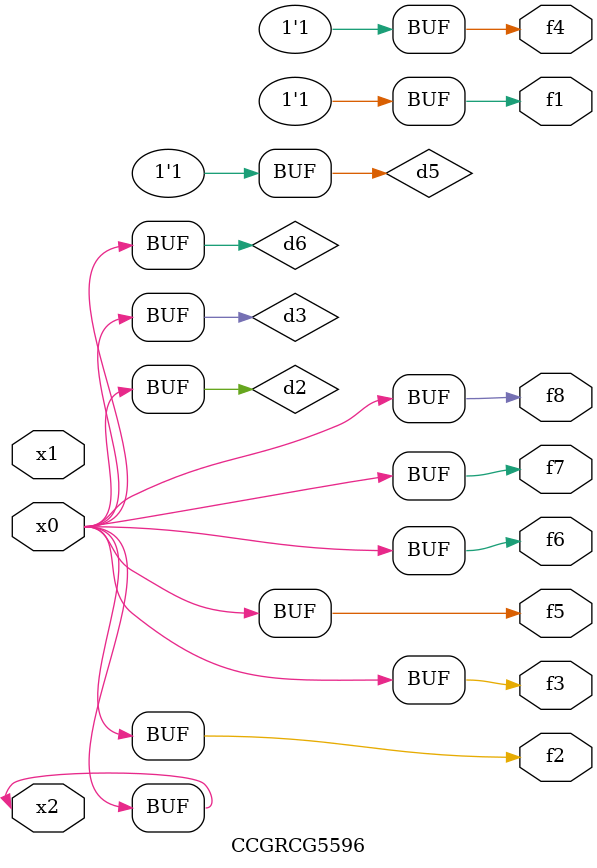
<source format=v>
module CCGRCG5596(
	input x0, x1, x2,
	output f1, f2, f3, f4, f5, f6, f7, f8
);

	wire d1, d2, d3, d4, d5, d6;

	xnor (d1, x2);
	buf (d2, x0, x2);
	and (d3, x0);
	xnor (d4, x1, x2);
	nand (d5, d1, d3);
	buf (d6, d2, d3);
	assign f1 = d5;
	assign f2 = d6;
	assign f3 = d6;
	assign f4 = d5;
	assign f5 = d6;
	assign f6 = d6;
	assign f7 = d6;
	assign f8 = d6;
endmodule

</source>
